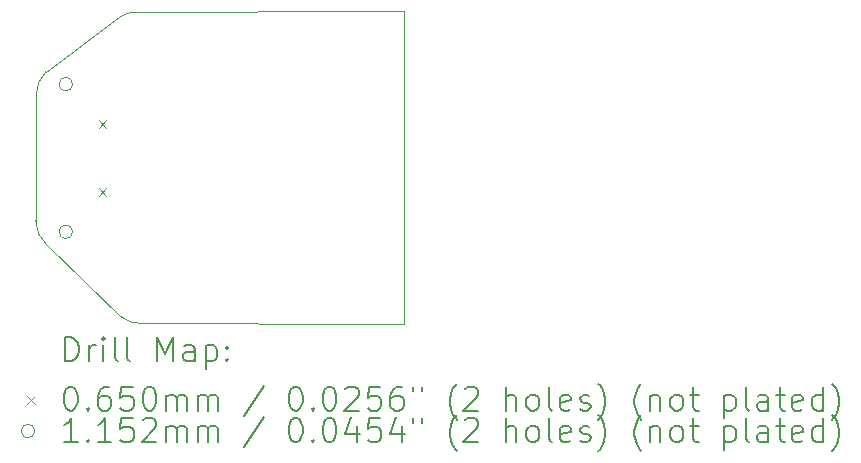
<source format=gbr>
%FSLAX45Y45*%
G04 Gerber Fmt 4.5, Leading zero omitted, Abs format (unit mm)*
G04 Created by KiCad (PCBNEW 5.99.0-unknown-c33b2cfa8d~128~ubuntu20.04.1) date 2021-05-18 07:10:54*
%MOMM*%
%LPD*%
G01*
G04 APERTURE LIST*
%TA.AperFunction,Profile*%
%ADD10C,0.050000*%
%TD*%
%ADD11C,0.200000*%
%ADD12C,0.065000*%
%ADD13C,0.115200*%
G04 APERTURE END LIST*
D10*
X13750000Y-9465000D02*
X13745000Y-10530000D01*
X13830546Y-9270546D02*
X14453756Y-8808178D01*
X14470000Y-11345000D02*
X13838911Y-10736959D01*
X16630000Y-8760000D02*
X16865000Y-8760000D01*
X16865000Y-11405000D02*
X16635000Y-11405000D01*
X16865000Y-8760000D02*
X16865000Y-11405000D01*
X14453756Y-8808178D02*
G75*
G02*
X14610000Y-8765000I141244J-206822D01*
G01*
X16630000Y-8760000D02*
X14610000Y-8765000D01*
X14635026Y-11401142D02*
G75*
G02*
X14470000Y-11345000I-10026J241142D01*
G01*
X13838911Y-10736959D02*
G75*
G02*
X13745000Y-10530000I181089J206959D01*
G01*
X13830546Y-9270546D02*
G75*
G03*
X13750000Y-9465000I194454J-194454D01*
G01*
X16635000Y-11405000D02*
X14635026Y-11401142D01*
D11*
D12*
X14278000Y-9678500D02*
X14343000Y-9743500D01*
X14343000Y-9678500D02*
X14278000Y-9743500D01*
X14278000Y-10256500D02*
X14343000Y-10321500D01*
X14343000Y-10256500D02*
X14278000Y-10321500D01*
D13*
X14057600Y-9375000D02*
G75*
G03*
X14057600Y-9375000I-57600J0D01*
G01*
X14057600Y-10625000D02*
G75*
G03*
X14057600Y-10625000I-57600J0D01*
G01*
D11*
X13995119Y-11719326D02*
X13995119Y-11519326D01*
X14042738Y-11519326D01*
X14071309Y-11528850D01*
X14090357Y-11547898D01*
X14099881Y-11566946D01*
X14109405Y-11605041D01*
X14109405Y-11633612D01*
X14099881Y-11671707D01*
X14090357Y-11690755D01*
X14071309Y-11709803D01*
X14042738Y-11719326D01*
X13995119Y-11719326D01*
X14195119Y-11719326D02*
X14195119Y-11585993D01*
X14195119Y-11624088D02*
X14204643Y-11605041D01*
X14214167Y-11595517D01*
X14233214Y-11585993D01*
X14252262Y-11585993D01*
X14318928Y-11719326D02*
X14318928Y-11585993D01*
X14318928Y-11519326D02*
X14309405Y-11528850D01*
X14318928Y-11538374D01*
X14328452Y-11528850D01*
X14318928Y-11519326D01*
X14318928Y-11538374D01*
X14442738Y-11719326D02*
X14423690Y-11709803D01*
X14414167Y-11690755D01*
X14414167Y-11519326D01*
X14547500Y-11719326D02*
X14528452Y-11709803D01*
X14518928Y-11690755D01*
X14518928Y-11519326D01*
X14776071Y-11719326D02*
X14776071Y-11519326D01*
X14842738Y-11662184D01*
X14909405Y-11519326D01*
X14909405Y-11719326D01*
X15090357Y-11719326D02*
X15090357Y-11614565D01*
X15080833Y-11595517D01*
X15061786Y-11585993D01*
X15023690Y-11585993D01*
X15004643Y-11595517D01*
X15090357Y-11709803D02*
X15071309Y-11719326D01*
X15023690Y-11719326D01*
X15004643Y-11709803D01*
X14995119Y-11690755D01*
X14995119Y-11671707D01*
X15004643Y-11652660D01*
X15023690Y-11643136D01*
X15071309Y-11643136D01*
X15090357Y-11633612D01*
X15185595Y-11585993D02*
X15185595Y-11785993D01*
X15185595Y-11595517D02*
X15204643Y-11585993D01*
X15242738Y-11585993D01*
X15261786Y-11595517D01*
X15271309Y-11605041D01*
X15280833Y-11624088D01*
X15280833Y-11681231D01*
X15271309Y-11700279D01*
X15261786Y-11709803D01*
X15242738Y-11719326D01*
X15204643Y-11719326D01*
X15185595Y-11709803D01*
X15366548Y-11700279D02*
X15376071Y-11709803D01*
X15366548Y-11719326D01*
X15357024Y-11709803D01*
X15366548Y-11700279D01*
X15366548Y-11719326D01*
X15366548Y-11595517D02*
X15376071Y-11605041D01*
X15366548Y-11614565D01*
X15357024Y-11605041D01*
X15366548Y-11595517D01*
X15366548Y-11614565D01*
D12*
X13672500Y-12016350D02*
X13737500Y-12081350D01*
X13737500Y-12016350D02*
X13672500Y-12081350D01*
D11*
X14033214Y-11939326D02*
X14052262Y-11939326D01*
X14071309Y-11948850D01*
X14080833Y-11958374D01*
X14090357Y-11977422D01*
X14099881Y-12015517D01*
X14099881Y-12063136D01*
X14090357Y-12101231D01*
X14080833Y-12120279D01*
X14071309Y-12129803D01*
X14052262Y-12139326D01*
X14033214Y-12139326D01*
X14014167Y-12129803D01*
X14004643Y-12120279D01*
X13995119Y-12101231D01*
X13985595Y-12063136D01*
X13985595Y-12015517D01*
X13995119Y-11977422D01*
X14004643Y-11958374D01*
X14014167Y-11948850D01*
X14033214Y-11939326D01*
X14185595Y-12120279D02*
X14195119Y-12129803D01*
X14185595Y-12139326D01*
X14176071Y-12129803D01*
X14185595Y-12120279D01*
X14185595Y-12139326D01*
X14366548Y-11939326D02*
X14328452Y-11939326D01*
X14309405Y-11948850D01*
X14299881Y-11958374D01*
X14280833Y-11986946D01*
X14271309Y-12025041D01*
X14271309Y-12101231D01*
X14280833Y-12120279D01*
X14290357Y-12129803D01*
X14309405Y-12139326D01*
X14347500Y-12139326D01*
X14366548Y-12129803D01*
X14376071Y-12120279D01*
X14385595Y-12101231D01*
X14385595Y-12053612D01*
X14376071Y-12034565D01*
X14366548Y-12025041D01*
X14347500Y-12015517D01*
X14309405Y-12015517D01*
X14290357Y-12025041D01*
X14280833Y-12034565D01*
X14271309Y-12053612D01*
X14566548Y-11939326D02*
X14471309Y-11939326D01*
X14461786Y-12034565D01*
X14471309Y-12025041D01*
X14490357Y-12015517D01*
X14537976Y-12015517D01*
X14557024Y-12025041D01*
X14566548Y-12034565D01*
X14576071Y-12053612D01*
X14576071Y-12101231D01*
X14566548Y-12120279D01*
X14557024Y-12129803D01*
X14537976Y-12139326D01*
X14490357Y-12139326D01*
X14471309Y-12129803D01*
X14461786Y-12120279D01*
X14699881Y-11939326D02*
X14718928Y-11939326D01*
X14737976Y-11948850D01*
X14747500Y-11958374D01*
X14757024Y-11977422D01*
X14766548Y-12015517D01*
X14766548Y-12063136D01*
X14757024Y-12101231D01*
X14747500Y-12120279D01*
X14737976Y-12129803D01*
X14718928Y-12139326D01*
X14699881Y-12139326D01*
X14680833Y-12129803D01*
X14671309Y-12120279D01*
X14661786Y-12101231D01*
X14652262Y-12063136D01*
X14652262Y-12015517D01*
X14661786Y-11977422D01*
X14671309Y-11958374D01*
X14680833Y-11948850D01*
X14699881Y-11939326D01*
X14852262Y-12139326D02*
X14852262Y-12005993D01*
X14852262Y-12025041D02*
X14861786Y-12015517D01*
X14880833Y-12005993D01*
X14909405Y-12005993D01*
X14928452Y-12015517D01*
X14937976Y-12034565D01*
X14937976Y-12139326D01*
X14937976Y-12034565D02*
X14947500Y-12015517D01*
X14966548Y-12005993D01*
X14995119Y-12005993D01*
X15014167Y-12015517D01*
X15023690Y-12034565D01*
X15023690Y-12139326D01*
X15118928Y-12139326D02*
X15118928Y-12005993D01*
X15118928Y-12025041D02*
X15128452Y-12015517D01*
X15147500Y-12005993D01*
X15176071Y-12005993D01*
X15195119Y-12015517D01*
X15204643Y-12034565D01*
X15204643Y-12139326D01*
X15204643Y-12034565D02*
X15214167Y-12015517D01*
X15233214Y-12005993D01*
X15261786Y-12005993D01*
X15280833Y-12015517D01*
X15290357Y-12034565D01*
X15290357Y-12139326D01*
X15680833Y-11929803D02*
X15509405Y-12186946D01*
X15937976Y-11939326D02*
X15957024Y-11939326D01*
X15976071Y-11948850D01*
X15985595Y-11958374D01*
X15995119Y-11977422D01*
X16004643Y-12015517D01*
X16004643Y-12063136D01*
X15995119Y-12101231D01*
X15985595Y-12120279D01*
X15976071Y-12129803D01*
X15957024Y-12139326D01*
X15937976Y-12139326D01*
X15918928Y-12129803D01*
X15909405Y-12120279D01*
X15899881Y-12101231D01*
X15890357Y-12063136D01*
X15890357Y-12015517D01*
X15899881Y-11977422D01*
X15909405Y-11958374D01*
X15918928Y-11948850D01*
X15937976Y-11939326D01*
X16090357Y-12120279D02*
X16099881Y-12129803D01*
X16090357Y-12139326D01*
X16080833Y-12129803D01*
X16090357Y-12120279D01*
X16090357Y-12139326D01*
X16223690Y-11939326D02*
X16242738Y-11939326D01*
X16261786Y-11948850D01*
X16271309Y-11958374D01*
X16280833Y-11977422D01*
X16290357Y-12015517D01*
X16290357Y-12063136D01*
X16280833Y-12101231D01*
X16271309Y-12120279D01*
X16261786Y-12129803D01*
X16242738Y-12139326D01*
X16223690Y-12139326D01*
X16204643Y-12129803D01*
X16195119Y-12120279D01*
X16185595Y-12101231D01*
X16176071Y-12063136D01*
X16176071Y-12015517D01*
X16185595Y-11977422D01*
X16195119Y-11958374D01*
X16204643Y-11948850D01*
X16223690Y-11939326D01*
X16366548Y-11958374D02*
X16376071Y-11948850D01*
X16395119Y-11939326D01*
X16442738Y-11939326D01*
X16461786Y-11948850D01*
X16471309Y-11958374D01*
X16480833Y-11977422D01*
X16480833Y-11996469D01*
X16471309Y-12025041D01*
X16357024Y-12139326D01*
X16480833Y-12139326D01*
X16661786Y-11939326D02*
X16566548Y-11939326D01*
X16557024Y-12034565D01*
X16566548Y-12025041D01*
X16585595Y-12015517D01*
X16633214Y-12015517D01*
X16652262Y-12025041D01*
X16661786Y-12034565D01*
X16671309Y-12053612D01*
X16671309Y-12101231D01*
X16661786Y-12120279D01*
X16652262Y-12129803D01*
X16633214Y-12139326D01*
X16585595Y-12139326D01*
X16566548Y-12129803D01*
X16557024Y-12120279D01*
X16842738Y-11939326D02*
X16804643Y-11939326D01*
X16785595Y-11948850D01*
X16776071Y-11958374D01*
X16757024Y-11986946D01*
X16747500Y-12025041D01*
X16747500Y-12101231D01*
X16757024Y-12120279D01*
X16766548Y-12129803D01*
X16785595Y-12139326D01*
X16823690Y-12139326D01*
X16842738Y-12129803D01*
X16852262Y-12120279D01*
X16861786Y-12101231D01*
X16861786Y-12053612D01*
X16852262Y-12034565D01*
X16842738Y-12025041D01*
X16823690Y-12015517D01*
X16785595Y-12015517D01*
X16766548Y-12025041D01*
X16757024Y-12034565D01*
X16747500Y-12053612D01*
X16937976Y-11939326D02*
X16937976Y-11977422D01*
X17014167Y-11939326D02*
X17014167Y-11977422D01*
X17309405Y-12215517D02*
X17299881Y-12205993D01*
X17280833Y-12177422D01*
X17271310Y-12158374D01*
X17261786Y-12129803D01*
X17252262Y-12082184D01*
X17252262Y-12044088D01*
X17261786Y-11996469D01*
X17271310Y-11967898D01*
X17280833Y-11948850D01*
X17299881Y-11920279D01*
X17309405Y-11910755D01*
X17376071Y-11958374D02*
X17385595Y-11948850D01*
X17404643Y-11939326D01*
X17452262Y-11939326D01*
X17471310Y-11948850D01*
X17480833Y-11958374D01*
X17490357Y-11977422D01*
X17490357Y-11996469D01*
X17480833Y-12025041D01*
X17366548Y-12139326D01*
X17490357Y-12139326D01*
X17728452Y-12139326D02*
X17728452Y-11939326D01*
X17814167Y-12139326D02*
X17814167Y-12034565D01*
X17804643Y-12015517D01*
X17785595Y-12005993D01*
X17757024Y-12005993D01*
X17737976Y-12015517D01*
X17728452Y-12025041D01*
X17937976Y-12139326D02*
X17918929Y-12129803D01*
X17909405Y-12120279D01*
X17899881Y-12101231D01*
X17899881Y-12044088D01*
X17909405Y-12025041D01*
X17918929Y-12015517D01*
X17937976Y-12005993D01*
X17966548Y-12005993D01*
X17985595Y-12015517D01*
X17995119Y-12025041D01*
X18004643Y-12044088D01*
X18004643Y-12101231D01*
X17995119Y-12120279D01*
X17985595Y-12129803D01*
X17966548Y-12139326D01*
X17937976Y-12139326D01*
X18118929Y-12139326D02*
X18099881Y-12129803D01*
X18090357Y-12110755D01*
X18090357Y-11939326D01*
X18271310Y-12129803D02*
X18252262Y-12139326D01*
X18214167Y-12139326D01*
X18195119Y-12129803D01*
X18185595Y-12110755D01*
X18185595Y-12034565D01*
X18195119Y-12015517D01*
X18214167Y-12005993D01*
X18252262Y-12005993D01*
X18271310Y-12015517D01*
X18280833Y-12034565D01*
X18280833Y-12053612D01*
X18185595Y-12072660D01*
X18357024Y-12129803D02*
X18376071Y-12139326D01*
X18414167Y-12139326D01*
X18433214Y-12129803D01*
X18442738Y-12110755D01*
X18442738Y-12101231D01*
X18433214Y-12082184D01*
X18414167Y-12072660D01*
X18385595Y-12072660D01*
X18366548Y-12063136D01*
X18357024Y-12044088D01*
X18357024Y-12034565D01*
X18366548Y-12015517D01*
X18385595Y-12005993D01*
X18414167Y-12005993D01*
X18433214Y-12015517D01*
X18509405Y-12215517D02*
X18518929Y-12205993D01*
X18537976Y-12177422D01*
X18547500Y-12158374D01*
X18557024Y-12129803D01*
X18566548Y-12082184D01*
X18566548Y-12044088D01*
X18557024Y-11996469D01*
X18547500Y-11967898D01*
X18537976Y-11948850D01*
X18518929Y-11920279D01*
X18509405Y-11910755D01*
X18871310Y-12215517D02*
X18861786Y-12205993D01*
X18842738Y-12177422D01*
X18833214Y-12158374D01*
X18823690Y-12129803D01*
X18814167Y-12082184D01*
X18814167Y-12044088D01*
X18823690Y-11996469D01*
X18833214Y-11967898D01*
X18842738Y-11948850D01*
X18861786Y-11920279D01*
X18871310Y-11910755D01*
X18947500Y-12005993D02*
X18947500Y-12139326D01*
X18947500Y-12025041D02*
X18957024Y-12015517D01*
X18976071Y-12005993D01*
X19004643Y-12005993D01*
X19023690Y-12015517D01*
X19033214Y-12034565D01*
X19033214Y-12139326D01*
X19157024Y-12139326D02*
X19137976Y-12129803D01*
X19128452Y-12120279D01*
X19118929Y-12101231D01*
X19118929Y-12044088D01*
X19128452Y-12025041D01*
X19137976Y-12015517D01*
X19157024Y-12005993D01*
X19185595Y-12005993D01*
X19204643Y-12015517D01*
X19214167Y-12025041D01*
X19223690Y-12044088D01*
X19223690Y-12101231D01*
X19214167Y-12120279D01*
X19204643Y-12129803D01*
X19185595Y-12139326D01*
X19157024Y-12139326D01*
X19280833Y-12005993D02*
X19357024Y-12005993D01*
X19309405Y-11939326D02*
X19309405Y-12110755D01*
X19318929Y-12129803D01*
X19337976Y-12139326D01*
X19357024Y-12139326D01*
X19576071Y-12005993D02*
X19576071Y-12205993D01*
X19576071Y-12015517D02*
X19595119Y-12005993D01*
X19633214Y-12005993D01*
X19652262Y-12015517D01*
X19661786Y-12025041D01*
X19671310Y-12044088D01*
X19671310Y-12101231D01*
X19661786Y-12120279D01*
X19652262Y-12129803D01*
X19633214Y-12139326D01*
X19595119Y-12139326D01*
X19576071Y-12129803D01*
X19785595Y-12139326D02*
X19766548Y-12129803D01*
X19757024Y-12110755D01*
X19757024Y-11939326D01*
X19947500Y-12139326D02*
X19947500Y-12034565D01*
X19937976Y-12015517D01*
X19918929Y-12005993D01*
X19880833Y-12005993D01*
X19861786Y-12015517D01*
X19947500Y-12129803D02*
X19928452Y-12139326D01*
X19880833Y-12139326D01*
X19861786Y-12129803D01*
X19852262Y-12110755D01*
X19852262Y-12091707D01*
X19861786Y-12072660D01*
X19880833Y-12063136D01*
X19928452Y-12063136D01*
X19947500Y-12053612D01*
X20014167Y-12005993D02*
X20090357Y-12005993D01*
X20042738Y-11939326D02*
X20042738Y-12110755D01*
X20052262Y-12129803D01*
X20071310Y-12139326D01*
X20090357Y-12139326D01*
X20233214Y-12129803D02*
X20214167Y-12139326D01*
X20176071Y-12139326D01*
X20157024Y-12129803D01*
X20147500Y-12110755D01*
X20147500Y-12034565D01*
X20157024Y-12015517D01*
X20176071Y-12005993D01*
X20214167Y-12005993D01*
X20233214Y-12015517D01*
X20242738Y-12034565D01*
X20242738Y-12053612D01*
X20147500Y-12072660D01*
X20414167Y-12139326D02*
X20414167Y-11939326D01*
X20414167Y-12129803D02*
X20395119Y-12139326D01*
X20357024Y-12139326D01*
X20337976Y-12129803D01*
X20328452Y-12120279D01*
X20318929Y-12101231D01*
X20318929Y-12044088D01*
X20328452Y-12025041D01*
X20337976Y-12015517D01*
X20357024Y-12005993D01*
X20395119Y-12005993D01*
X20414167Y-12015517D01*
X20490357Y-12215517D02*
X20499881Y-12205993D01*
X20518929Y-12177422D01*
X20528452Y-12158374D01*
X20537976Y-12129803D01*
X20547500Y-12082184D01*
X20547500Y-12044088D01*
X20537976Y-11996469D01*
X20528452Y-11967898D01*
X20518929Y-11948850D01*
X20499881Y-11920279D01*
X20490357Y-11910755D01*
D13*
X13737500Y-12312850D02*
G75*
G03*
X13737500Y-12312850I-57600J0D01*
G01*
D11*
X14099881Y-12403326D02*
X13985595Y-12403326D01*
X14042738Y-12403326D02*
X14042738Y-12203326D01*
X14023690Y-12231898D01*
X14004643Y-12250946D01*
X13985595Y-12260469D01*
X14185595Y-12384279D02*
X14195119Y-12393803D01*
X14185595Y-12403326D01*
X14176071Y-12393803D01*
X14185595Y-12384279D01*
X14185595Y-12403326D01*
X14385595Y-12403326D02*
X14271309Y-12403326D01*
X14328452Y-12403326D02*
X14328452Y-12203326D01*
X14309405Y-12231898D01*
X14290357Y-12250946D01*
X14271309Y-12260469D01*
X14566548Y-12203326D02*
X14471309Y-12203326D01*
X14461786Y-12298565D01*
X14471309Y-12289041D01*
X14490357Y-12279517D01*
X14537976Y-12279517D01*
X14557024Y-12289041D01*
X14566548Y-12298565D01*
X14576071Y-12317612D01*
X14576071Y-12365231D01*
X14566548Y-12384279D01*
X14557024Y-12393803D01*
X14537976Y-12403326D01*
X14490357Y-12403326D01*
X14471309Y-12393803D01*
X14461786Y-12384279D01*
X14652262Y-12222374D02*
X14661786Y-12212850D01*
X14680833Y-12203326D01*
X14728452Y-12203326D01*
X14747500Y-12212850D01*
X14757024Y-12222374D01*
X14766548Y-12241422D01*
X14766548Y-12260469D01*
X14757024Y-12289041D01*
X14642738Y-12403326D01*
X14766548Y-12403326D01*
X14852262Y-12403326D02*
X14852262Y-12269993D01*
X14852262Y-12289041D02*
X14861786Y-12279517D01*
X14880833Y-12269993D01*
X14909405Y-12269993D01*
X14928452Y-12279517D01*
X14937976Y-12298565D01*
X14937976Y-12403326D01*
X14937976Y-12298565D02*
X14947500Y-12279517D01*
X14966548Y-12269993D01*
X14995119Y-12269993D01*
X15014167Y-12279517D01*
X15023690Y-12298565D01*
X15023690Y-12403326D01*
X15118928Y-12403326D02*
X15118928Y-12269993D01*
X15118928Y-12289041D02*
X15128452Y-12279517D01*
X15147500Y-12269993D01*
X15176071Y-12269993D01*
X15195119Y-12279517D01*
X15204643Y-12298565D01*
X15204643Y-12403326D01*
X15204643Y-12298565D02*
X15214167Y-12279517D01*
X15233214Y-12269993D01*
X15261786Y-12269993D01*
X15280833Y-12279517D01*
X15290357Y-12298565D01*
X15290357Y-12403326D01*
X15680833Y-12193803D02*
X15509405Y-12450946D01*
X15937976Y-12203326D02*
X15957024Y-12203326D01*
X15976071Y-12212850D01*
X15985595Y-12222374D01*
X15995119Y-12241422D01*
X16004643Y-12279517D01*
X16004643Y-12327136D01*
X15995119Y-12365231D01*
X15985595Y-12384279D01*
X15976071Y-12393803D01*
X15957024Y-12403326D01*
X15937976Y-12403326D01*
X15918928Y-12393803D01*
X15909405Y-12384279D01*
X15899881Y-12365231D01*
X15890357Y-12327136D01*
X15890357Y-12279517D01*
X15899881Y-12241422D01*
X15909405Y-12222374D01*
X15918928Y-12212850D01*
X15937976Y-12203326D01*
X16090357Y-12384279D02*
X16099881Y-12393803D01*
X16090357Y-12403326D01*
X16080833Y-12393803D01*
X16090357Y-12384279D01*
X16090357Y-12403326D01*
X16223690Y-12203326D02*
X16242738Y-12203326D01*
X16261786Y-12212850D01*
X16271309Y-12222374D01*
X16280833Y-12241422D01*
X16290357Y-12279517D01*
X16290357Y-12327136D01*
X16280833Y-12365231D01*
X16271309Y-12384279D01*
X16261786Y-12393803D01*
X16242738Y-12403326D01*
X16223690Y-12403326D01*
X16204643Y-12393803D01*
X16195119Y-12384279D01*
X16185595Y-12365231D01*
X16176071Y-12327136D01*
X16176071Y-12279517D01*
X16185595Y-12241422D01*
X16195119Y-12222374D01*
X16204643Y-12212850D01*
X16223690Y-12203326D01*
X16461786Y-12269993D02*
X16461786Y-12403326D01*
X16414167Y-12193803D02*
X16366548Y-12336660D01*
X16490357Y-12336660D01*
X16661786Y-12203326D02*
X16566548Y-12203326D01*
X16557024Y-12298565D01*
X16566548Y-12289041D01*
X16585595Y-12279517D01*
X16633214Y-12279517D01*
X16652262Y-12289041D01*
X16661786Y-12298565D01*
X16671309Y-12317612D01*
X16671309Y-12365231D01*
X16661786Y-12384279D01*
X16652262Y-12393803D01*
X16633214Y-12403326D01*
X16585595Y-12403326D01*
X16566548Y-12393803D01*
X16557024Y-12384279D01*
X16842738Y-12269993D02*
X16842738Y-12403326D01*
X16795119Y-12193803D02*
X16747500Y-12336660D01*
X16871310Y-12336660D01*
X16937976Y-12203326D02*
X16937976Y-12241422D01*
X17014167Y-12203326D02*
X17014167Y-12241422D01*
X17309405Y-12479517D02*
X17299881Y-12469993D01*
X17280833Y-12441422D01*
X17271310Y-12422374D01*
X17261786Y-12393803D01*
X17252262Y-12346184D01*
X17252262Y-12308088D01*
X17261786Y-12260469D01*
X17271310Y-12231898D01*
X17280833Y-12212850D01*
X17299881Y-12184279D01*
X17309405Y-12174755D01*
X17376071Y-12222374D02*
X17385595Y-12212850D01*
X17404643Y-12203326D01*
X17452262Y-12203326D01*
X17471310Y-12212850D01*
X17480833Y-12222374D01*
X17490357Y-12241422D01*
X17490357Y-12260469D01*
X17480833Y-12289041D01*
X17366548Y-12403326D01*
X17490357Y-12403326D01*
X17728452Y-12403326D02*
X17728452Y-12203326D01*
X17814167Y-12403326D02*
X17814167Y-12298565D01*
X17804643Y-12279517D01*
X17785595Y-12269993D01*
X17757024Y-12269993D01*
X17737976Y-12279517D01*
X17728452Y-12289041D01*
X17937976Y-12403326D02*
X17918929Y-12393803D01*
X17909405Y-12384279D01*
X17899881Y-12365231D01*
X17899881Y-12308088D01*
X17909405Y-12289041D01*
X17918929Y-12279517D01*
X17937976Y-12269993D01*
X17966548Y-12269993D01*
X17985595Y-12279517D01*
X17995119Y-12289041D01*
X18004643Y-12308088D01*
X18004643Y-12365231D01*
X17995119Y-12384279D01*
X17985595Y-12393803D01*
X17966548Y-12403326D01*
X17937976Y-12403326D01*
X18118929Y-12403326D02*
X18099881Y-12393803D01*
X18090357Y-12374755D01*
X18090357Y-12203326D01*
X18271310Y-12393803D02*
X18252262Y-12403326D01*
X18214167Y-12403326D01*
X18195119Y-12393803D01*
X18185595Y-12374755D01*
X18185595Y-12298565D01*
X18195119Y-12279517D01*
X18214167Y-12269993D01*
X18252262Y-12269993D01*
X18271310Y-12279517D01*
X18280833Y-12298565D01*
X18280833Y-12317612D01*
X18185595Y-12336660D01*
X18357024Y-12393803D02*
X18376071Y-12403326D01*
X18414167Y-12403326D01*
X18433214Y-12393803D01*
X18442738Y-12374755D01*
X18442738Y-12365231D01*
X18433214Y-12346184D01*
X18414167Y-12336660D01*
X18385595Y-12336660D01*
X18366548Y-12327136D01*
X18357024Y-12308088D01*
X18357024Y-12298565D01*
X18366548Y-12279517D01*
X18385595Y-12269993D01*
X18414167Y-12269993D01*
X18433214Y-12279517D01*
X18509405Y-12479517D02*
X18518929Y-12469993D01*
X18537976Y-12441422D01*
X18547500Y-12422374D01*
X18557024Y-12393803D01*
X18566548Y-12346184D01*
X18566548Y-12308088D01*
X18557024Y-12260469D01*
X18547500Y-12231898D01*
X18537976Y-12212850D01*
X18518929Y-12184279D01*
X18509405Y-12174755D01*
X18871310Y-12479517D02*
X18861786Y-12469993D01*
X18842738Y-12441422D01*
X18833214Y-12422374D01*
X18823690Y-12393803D01*
X18814167Y-12346184D01*
X18814167Y-12308088D01*
X18823690Y-12260469D01*
X18833214Y-12231898D01*
X18842738Y-12212850D01*
X18861786Y-12184279D01*
X18871310Y-12174755D01*
X18947500Y-12269993D02*
X18947500Y-12403326D01*
X18947500Y-12289041D02*
X18957024Y-12279517D01*
X18976071Y-12269993D01*
X19004643Y-12269993D01*
X19023690Y-12279517D01*
X19033214Y-12298565D01*
X19033214Y-12403326D01*
X19157024Y-12403326D02*
X19137976Y-12393803D01*
X19128452Y-12384279D01*
X19118929Y-12365231D01*
X19118929Y-12308088D01*
X19128452Y-12289041D01*
X19137976Y-12279517D01*
X19157024Y-12269993D01*
X19185595Y-12269993D01*
X19204643Y-12279517D01*
X19214167Y-12289041D01*
X19223690Y-12308088D01*
X19223690Y-12365231D01*
X19214167Y-12384279D01*
X19204643Y-12393803D01*
X19185595Y-12403326D01*
X19157024Y-12403326D01*
X19280833Y-12269993D02*
X19357024Y-12269993D01*
X19309405Y-12203326D02*
X19309405Y-12374755D01*
X19318929Y-12393803D01*
X19337976Y-12403326D01*
X19357024Y-12403326D01*
X19576071Y-12269993D02*
X19576071Y-12469993D01*
X19576071Y-12279517D02*
X19595119Y-12269993D01*
X19633214Y-12269993D01*
X19652262Y-12279517D01*
X19661786Y-12289041D01*
X19671310Y-12308088D01*
X19671310Y-12365231D01*
X19661786Y-12384279D01*
X19652262Y-12393803D01*
X19633214Y-12403326D01*
X19595119Y-12403326D01*
X19576071Y-12393803D01*
X19785595Y-12403326D02*
X19766548Y-12393803D01*
X19757024Y-12374755D01*
X19757024Y-12203326D01*
X19947500Y-12403326D02*
X19947500Y-12298565D01*
X19937976Y-12279517D01*
X19918929Y-12269993D01*
X19880833Y-12269993D01*
X19861786Y-12279517D01*
X19947500Y-12393803D02*
X19928452Y-12403326D01*
X19880833Y-12403326D01*
X19861786Y-12393803D01*
X19852262Y-12374755D01*
X19852262Y-12355707D01*
X19861786Y-12336660D01*
X19880833Y-12327136D01*
X19928452Y-12327136D01*
X19947500Y-12317612D01*
X20014167Y-12269993D02*
X20090357Y-12269993D01*
X20042738Y-12203326D02*
X20042738Y-12374755D01*
X20052262Y-12393803D01*
X20071310Y-12403326D01*
X20090357Y-12403326D01*
X20233214Y-12393803D02*
X20214167Y-12403326D01*
X20176071Y-12403326D01*
X20157024Y-12393803D01*
X20147500Y-12374755D01*
X20147500Y-12298565D01*
X20157024Y-12279517D01*
X20176071Y-12269993D01*
X20214167Y-12269993D01*
X20233214Y-12279517D01*
X20242738Y-12298565D01*
X20242738Y-12317612D01*
X20147500Y-12336660D01*
X20414167Y-12403326D02*
X20414167Y-12203326D01*
X20414167Y-12393803D02*
X20395119Y-12403326D01*
X20357024Y-12403326D01*
X20337976Y-12393803D01*
X20328452Y-12384279D01*
X20318929Y-12365231D01*
X20318929Y-12308088D01*
X20328452Y-12289041D01*
X20337976Y-12279517D01*
X20357024Y-12269993D01*
X20395119Y-12269993D01*
X20414167Y-12279517D01*
X20490357Y-12479517D02*
X20499881Y-12469993D01*
X20518929Y-12441422D01*
X20528452Y-12422374D01*
X20537976Y-12393803D01*
X20547500Y-12346184D01*
X20547500Y-12308088D01*
X20537976Y-12260469D01*
X20528452Y-12231898D01*
X20518929Y-12212850D01*
X20499881Y-12184279D01*
X20490357Y-12174755D01*
M02*

</source>
